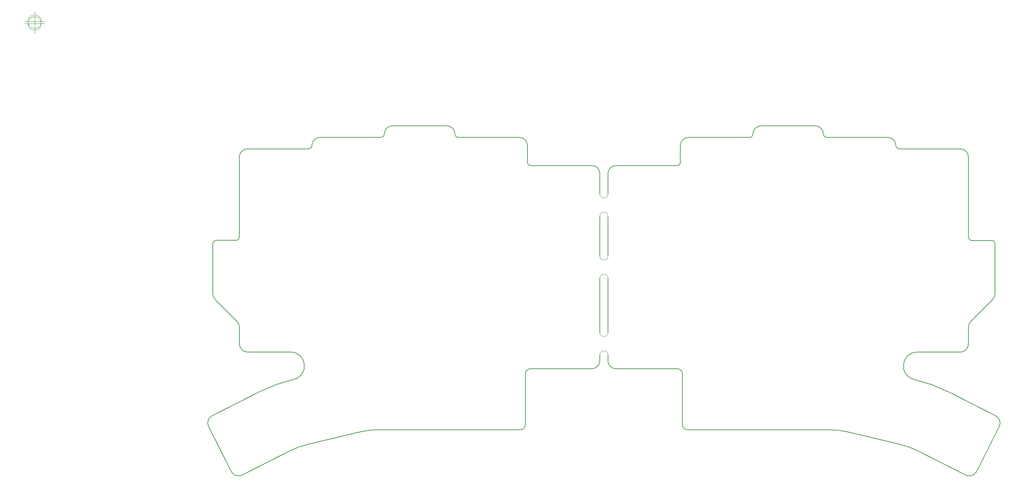
<source format=gbr>
%TF.GenerationSoftware,KiCad,Pcbnew,(6.0.6)*%
%TF.CreationDate,2022-09-11T22:53:33-06:00*%
%TF.ProjectId,miniErgo,6d696e69-4572-4676-9f2e-6b696361645f,rev?*%
%TF.SameCoordinates,Original*%
%TF.FileFunction,Profile,NP*%
%FSLAX46Y46*%
G04 Gerber Fmt 4.6, Leading zero omitted, Abs format (unit mm)*
G04 Created by KiCad (PCBNEW (6.0.6)) date 2022-09-11 22:53:33*
%MOMM*%
%LPD*%
G01*
G04 APERTURE LIST*
%TA.AperFunction,Profile*%
%ADD10C,0.150000*%
%TD*%
%TA.AperFunction,Profile*%
%ADD11C,0.100000*%
%TD*%
G04 APERTURE END LIST*
D10*
X57096146Y-65848546D02*
G75*
G03*
X56239946Y-66704800I-46J-856154D01*
G01*
X207839946Y-39392000D02*
X207839946Y-39392000D01*
X231128227Y-118075937D02*
G75*
G03*
X226921664Y-116538642I-8654627J-17158063D01*
G01*
X226696146Y-43104400D02*
X241839946Y-43104400D01*
X230348047Y-100393274D02*
X230740818Y-100486724D01*
X97983746Y-40236246D02*
G75*
G03*
X98839946Y-39380000I54J856146D01*
G01*
X132569859Y-112879959D02*
G75*
G03*
X133839859Y-111610000I-59J1270059D01*
G01*
X56067326Y-109411737D02*
X68120787Y-103331928D01*
X116339900Y-39380000D02*
G75*
G03*
X117196146Y-40236200I856300J100D01*
G01*
X209340121Y-112892000D02*
X174110034Y-112892000D01*
X62839946Y-64992400D02*
X62839946Y-45092400D01*
X243840000Y-45104400D02*
G75*
G03*
X241839946Y-43104400I-2000100J-100D01*
G01*
X100839946Y-37379946D02*
G75*
G03*
X98839946Y-39380000I-46J-1999954D01*
G01*
X79983746Y-43092400D02*
X64839946Y-43092400D01*
X152339946Y-95735950D02*
X152339946Y-94247950D01*
X171483746Y-47247946D02*
G75*
G03*
X172339946Y-46391750I-46J856246D01*
G01*
X225840000Y-42248200D02*
G75*
G03*
X223839946Y-40248200I-2000100J-100D01*
G01*
X243181678Y-124155767D02*
G75*
G03*
X245868099Y-123270759I900722J1785667D01*
G01*
X225839946Y-42248200D02*
X225839946Y-42248200D01*
X62839946Y-91592400D02*
X62839946Y-87377027D01*
X62839972Y-87377027D02*
G75*
G03*
X62254160Y-85962814I-1999872J27D01*
G01*
X225840000Y-42248200D02*
G75*
G03*
X226696146Y-43104400I856200J0D01*
G01*
X208696146Y-40248200D02*
X223839946Y-40248200D01*
X56239952Y-79120173D02*
G75*
G03*
X56825732Y-80534386I1999948J-27D01*
G01*
X79758228Y-116526642D02*
X92891615Y-113401880D01*
X249854175Y-80546401D02*
G75*
G03*
X250439946Y-79132173I-1414475J1414301D01*
G01*
X207840000Y-39392000D02*
G75*
G03*
X205839946Y-37392000I-2000100J-100D01*
G01*
X134339946Y-46379750D02*
X134339946Y-42236200D01*
X97339771Y-112880000D02*
X132569859Y-112880000D01*
X172840050Y-99017950D02*
G75*
G03*
X171570034Y-97747950I-1269950J50D01*
G01*
X156339946Y-97747950D02*
X171570034Y-97747950D01*
X243839946Y-91604400D02*
X243839946Y-87389027D01*
X60811793Y-123258759D02*
X55182340Y-112098147D01*
X231144552Y-93604399D02*
G75*
G03*
X230348047Y-100393274I-12J-3441161D01*
G01*
X114339946Y-37380000D02*
X100839946Y-37380000D01*
X154339946Y-49247950D02*
X154339946Y-54323950D01*
X97983746Y-40236200D02*
X82839946Y-40236200D01*
X243839946Y-65004400D02*
X243839946Y-45104400D01*
X250440000Y-66716800D02*
G75*
G03*
X249583746Y-65860600I-856300J-100D01*
G01*
X241839946Y-93604346D02*
G75*
G03*
X243839946Y-91604400I154J1999846D01*
G01*
X79758228Y-116526642D02*
G75*
G03*
X75551664Y-118063936I4448272J-18695958D01*
G01*
X132339946Y-40236200D02*
X117196146Y-40236200D01*
X244425716Y-85974798D02*
G75*
G03*
X243839946Y-87389027I1414484J-1414302D01*
G01*
X250439946Y-79132173D02*
X250439946Y-66716800D01*
X251497528Y-112110135D02*
G75*
G03*
X250612566Y-109423737I-1785628J900735D01*
G01*
X56239946Y-79120173D02*
X56239946Y-66704800D01*
X60811825Y-123258743D02*
G75*
G03*
X63498203Y-124143745I1785675J900643D01*
G01*
X172840100Y-111622000D02*
G75*
G03*
X174110034Y-112892000I1270000J0D01*
G01*
X133839859Y-99005950D02*
X133839859Y-111610000D01*
X249583746Y-65860600D02*
X244696146Y-65860600D01*
X63498203Y-124143745D02*
X75551664Y-118063936D01*
X152339946Y-88723950D02*
X152339946Y-75247950D01*
X76331845Y-100381274D02*
X75939074Y-100474724D01*
X243840000Y-65004400D02*
G75*
G03*
X244696146Y-65860600I856200J0D01*
G01*
X152339946Y-49235950D02*
X152339946Y-54323950D01*
X154339950Y-95747950D02*
G75*
G03*
X156339946Y-97747950I2000050J50D01*
G01*
X64839946Y-43092346D02*
G75*
G03*
X62839946Y-45092400I-46J-1999954D01*
G01*
X98839946Y-39380000D02*
X98839946Y-39380000D01*
X80839946Y-42236200D02*
X80839946Y-42236200D01*
X62254160Y-85962814D02*
X56825732Y-80534386D01*
X150339946Y-97735946D02*
G75*
G03*
X152339946Y-95735950I-46J2000046D01*
G01*
X250612566Y-109423737D02*
X238559105Y-103343928D01*
X238559103Y-103343932D02*
G75*
G03*
X230740818Y-100486724I-16085703J-31890568D01*
G01*
X62839900Y-91592400D02*
G75*
G03*
X64839946Y-93592400I2000000J0D01*
G01*
X61983746Y-65848646D02*
G75*
G03*
X62839946Y-64992400I54J856146D01*
G01*
X244425732Y-85974814D02*
X249854160Y-80546386D01*
X135109859Y-97735959D02*
G75*
G03*
X133839859Y-99005950I41J-1270041D01*
G01*
X189483746Y-40248146D02*
G75*
G03*
X190339946Y-39392000I154J856046D01*
G01*
X154339946Y-88723950D02*
X154339946Y-75247950D01*
X172840034Y-99017950D02*
X172840034Y-111622000D01*
X174339946Y-40248246D02*
G75*
G03*
X172339946Y-42248200I-146J-1999854D01*
G01*
X56067327Y-109411738D02*
G75*
G03*
X55182340Y-112098147I900753J-1785712D01*
G01*
X152339946Y-69723950D02*
X152339946Y-59847950D01*
X192339946Y-37392046D02*
G75*
G03*
X190339946Y-39392000I-146J-1999854D01*
G01*
X156339946Y-47247946D02*
G75*
G03*
X154339946Y-49247950I-46J-1999954D01*
G01*
X231144552Y-93604400D02*
X241839946Y-93604400D01*
X134339900Y-42236200D02*
G75*
G03*
X132339946Y-40236200I-2000000J0D01*
G01*
X245868099Y-123270759D02*
X251497552Y-112110147D01*
X150339946Y-97735950D02*
X135109859Y-97735950D01*
X213788277Y-113413881D02*
G75*
G03*
X209340121Y-112892000I-4448077J-18694919D01*
G01*
X152339950Y-49235950D02*
G75*
G03*
X150339946Y-47235950I-1999950J50D01*
G01*
X82839946Y-40236146D02*
G75*
G03*
X80839946Y-42236200I-46J-1999954D01*
G01*
X154339946Y-95747950D02*
X154339946Y-94247950D01*
X154339946Y-59847950D02*
X154339946Y-69723950D01*
X226921664Y-116538642D02*
X213788277Y-113413880D01*
X116339900Y-39380000D02*
G75*
G03*
X114339946Y-37380000I-2000000J0D01*
G01*
X76331844Y-100381270D02*
G75*
G03*
X75535340Y-93592400I-796504J3347710D01*
G01*
X174339946Y-40248200D02*
X189483746Y-40248200D01*
X243181689Y-124155745D02*
X231128228Y-118075936D01*
X75535340Y-93592400D02*
X64839946Y-93592400D01*
X150339946Y-47235950D02*
X135196146Y-47235950D01*
X79983746Y-43092446D02*
G75*
G03*
X80839946Y-42236200I54J856146D01*
G01*
X134339950Y-46379750D02*
G75*
G03*
X135196146Y-47235950I856250J50D01*
G01*
X207840000Y-39392000D02*
G75*
G03*
X208696146Y-40248200I856200J0D01*
G01*
X97339771Y-112880004D02*
G75*
G03*
X92891615Y-113401880I29J-19217896D01*
G01*
X75939075Y-100474730D02*
G75*
G03*
X68120787Y-103331928I8267625J-34748470D01*
G01*
X192339946Y-37392000D02*
X205839946Y-37392000D01*
X156339946Y-47247950D02*
X171483746Y-47247950D01*
X172339946Y-46391750D02*
X172339946Y-42248200D01*
X57096146Y-65848600D02*
X61983746Y-65848600D01*
D11*
X13666666Y-11500000D02*
G75*
G03*
X13666666Y-11500000I-1666666J0D01*
G01*
X9500000Y-11500000D02*
X14500000Y-11500000D01*
X12000000Y-9000000D02*
X12000000Y-14000000D01*
X13666666Y-11950000D02*
G75*
G03*
X13666666Y-11950000I-1666666J0D01*
G01*
X9500000Y-11950000D02*
X14500000Y-11950000D01*
X12000000Y-9450000D02*
X12000000Y-14450000D01*
%TO.C,mouse-bite-3mm-slot*%
X152339946Y-88723950D02*
G75*
G03*
X154339946Y-88723950I1000000J0D01*
G01*
X154339946Y-94247950D02*
G75*
G03*
X152339946Y-94247950I-1000000J0D01*
G01*
X152339946Y-54323950D02*
G75*
G03*
X154339946Y-54323950I1000000J0D01*
G01*
X154339946Y-59847950D02*
G75*
G03*
X152339946Y-59847950I-1000000J0D01*
G01*
X152339946Y-69723950D02*
G75*
G03*
X154339946Y-69723950I1000000J0D01*
G01*
X154339946Y-75247950D02*
G75*
G03*
X152339946Y-75247950I-1000000J0D01*
G01*
%TD*%
M02*

</source>
